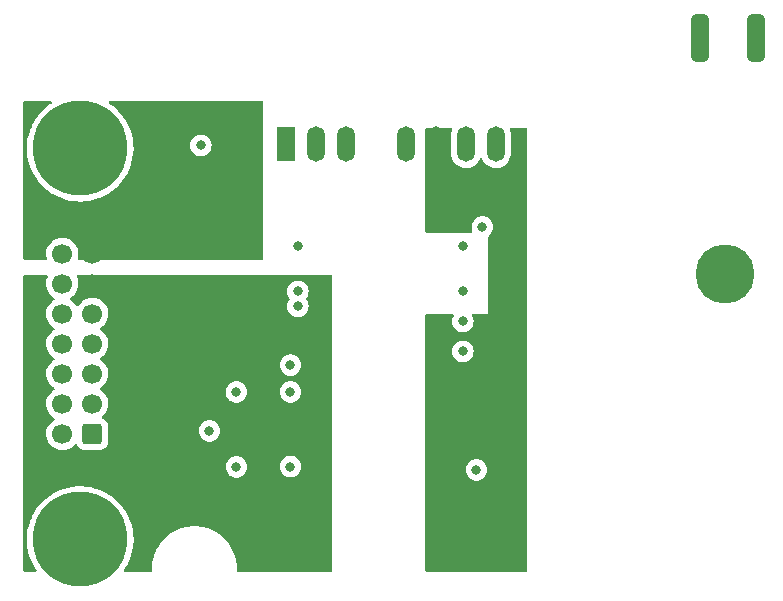
<source format=gbr>
%TF.GenerationSoftware,KiCad,Pcbnew,(6.0.1)*%
%TF.CreationDate,2022-08-22T15:24:11+03:00*%
%TF.ProjectId,Driver_Board,44726976-6572-45f4-926f-6172642e6b69,rev?*%
%TF.SameCoordinates,Original*%
%TF.FileFunction,Copper,L2,Inr*%
%TF.FilePolarity,Positive*%
%FSLAX46Y46*%
G04 Gerber Fmt 4.6, Leading zero omitted, Abs format (unit mm)*
G04 Created by KiCad (PCBNEW (6.0.1)) date 2022-08-22 15:24:11*
%MOMM*%
%LPD*%
G01*
G04 APERTURE LIST*
G04 Aperture macros list*
%AMRoundRect*
0 Rectangle with rounded corners*
0 $1 Rounding radius*
0 $2 $3 $4 $5 $6 $7 $8 $9 X,Y pos of 4 corners*
0 Add a 4 corners polygon primitive as box body*
4,1,4,$2,$3,$4,$5,$6,$7,$8,$9,$2,$3,0*
0 Add four circle primitives for the rounded corners*
1,1,$1+$1,$2,$3*
1,1,$1+$1,$4,$5*
1,1,$1+$1,$6,$7*
1,1,$1+$1,$8,$9*
0 Add four rect primitives between the rounded corners*
20,1,$1+$1,$2,$3,$4,$5,0*
20,1,$1+$1,$4,$5,$6,$7,0*
20,1,$1+$1,$6,$7,$8,$9,0*
20,1,$1+$1,$8,$9,$2,$3,0*%
G04 Aperture macros list end*
%TA.AperFunction,ComponentPad*%
%ADD10RoundRect,0.375000X-0.375000X-1.625000X0.375000X-1.625000X0.375000X1.625000X-0.375000X1.625000X0*%
%TD*%
%TA.AperFunction,ComponentPad*%
%ADD11RoundRect,0.250000X0.600000X0.600000X-0.600000X0.600000X-0.600000X-0.600000X0.600000X-0.600000X0*%
%TD*%
%TA.AperFunction,ComponentPad*%
%ADD12C,1.700000*%
%TD*%
%TA.AperFunction,ComponentPad*%
%ADD13C,8.000000*%
%TD*%
%TA.AperFunction,ComponentPad*%
%ADD14C,5.000000*%
%TD*%
%TA.AperFunction,ComponentPad*%
%ADD15R,1.500000X3.000000*%
%TD*%
%TA.AperFunction,ComponentPad*%
%ADD16O,1.500000X3.000000*%
%TD*%
%TA.AperFunction,ViaPad*%
%ADD17C,0.800000*%
%TD*%
G04 APERTURE END LIST*
D10*
%TO.N,E_IGBT*%
%TO.C,J3*%
X116504000Y-52070000D03*
%TO.N,G_IGBT*%
X121204000Y-52070000D03*
%TD*%
D11*
%TO.N,RDY*%
%TO.C,J1*%
X65014500Y-85598000D03*
D12*
%TO.N,GNDA*%
X62474500Y-85598000D03*
%TO.N,FLT*%
X65014500Y-83058000D03*
%TO.N,GNDA*%
X62474500Y-83058000D03*
%TO.N,RST*%
X65014500Y-80518000D03*
%TO.N,GNDA*%
X62474500Y-80518000D03*
%TO.N,IN-*%
X65014500Y-77978000D03*
%TO.N,GNDA*%
X62474500Y-77978000D03*
%TO.N,IN+*%
X65014500Y-75438000D03*
%TO.N,GNDA*%
X62474500Y-75438000D03*
%TO.N,+5VD*%
X65014500Y-72898000D03*
%TO.N,GNDA*%
X62474500Y-72898000D03*
%TO.N,VAA*%
X65014500Y-70358000D03*
%TO.N,GNDA*%
X62474500Y-70358000D03*
D13*
%TO.N,N/C*%
X63994500Y-61418000D03*
X63994500Y-94538000D03*
%TD*%
D14*
%TO.N,C_IGBT*%
%TO.C,J4*%
X118618000Y-72027000D03*
%TD*%
D15*
%TO.N,GNDA*%
%TO.C,U1*%
X81412500Y-61084000D03*
D16*
%TO.N,VAA*%
X83952500Y-61084000D03*
%TO.N,unconnected-(U1-Pad3)*%
X86492500Y-61084000D03*
%TO.N,unconnected-(U1-Pad5)*%
X91572500Y-61084000D03*
%TO.N,+15V*%
X94112500Y-61084000D03*
%TO.N,E_IGBT*%
X96652500Y-61084000D03*
%TO.N,unconnected-(U1-Pad8)*%
X99192500Y-61084000D03*
%TD*%
D17*
%TO.N,GNDA*%
X77216000Y-88392000D03*
X74206500Y-61175500D03*
X81788000Y-79777500D03*
X82423000Y-69723000D03*
X74930000Y-85344000D03*
%TO.N,RDY*%
X82423000Y-73533000D03*
X81788000Y-88376000D03*
%TO.N,FLT*%
X81788000Y-82042000D03*
X82423000Y-74803000D03*
X77209750Y-82048250D03*
%TO.N,+15V*%
X94488000Y-88646000D03*
X98044000Y-76073000D03*
X96393000Y-73533000D03*
%TO.N,VAA*%
X74168000Y-64262000D03*
%TO.N,E_IGBT*%
X96393000Y-76073000D03*
X96393000Y-69723000D03*
X97536000Y-88646000D03*
X96393000Y-78613000D03*
X98044000Y-68072000D03*
%TO.N,+5VD*%
X79502000Y-82063500D03*
X81788000Y-85344000D03*
X81788000Y-77702500D03*
%TD*%
%TA.AperFunction,Conductor*%
%TO.N,+5VD*%
G36*
X61201128Y-72156002D02*
G01*
X61247621Y-72209658D01*
X61257725Y-72279932D01*
X61247295Y-72315049D01*
X61195188Y-72427305D01*
X61135489Y-72642570D01*
X61111751Y-72864695D01*
X61112048Y-72869848D01*
X61112048Y-72869851D01*
X61117511Y-72964590D01*
X61124610Y-73087715D01*
X61125747Y-73092761D01*
X61125748Y-73092767D01*
X61139936Y-73155721D01*
X61173722Y-73305639D01*
X61257766Y-73512616D01*
X61374487Y-73703088D01*
X61520750Y-73871938D01*
X61692626Y-74014632D01*
X61763095Y-74055811D01*
X61765945Y-74057476D01*
X61814669Y-74109114D01*
X61827740Y-74178897D01*
X61801009Y-74244669D01*
X61760555Y-74278027D01*
X61748107Y-74284507D01*
X61743974Y-74287610D01*
X61743971Y-74287612D01*
X61719747Y-74305800D01*
X61569465Y-74418635D01*
X61415129Y-74580138D01*
X61412220Y-74584403D01*
X61412214Y-74584411D01*
X61394338Y-74610617D01*
X61289243Y-74764680D01*
X61195188Y-74967305D01*
X61135489Y-75182570D01*
X61111751Y-75404695D01*
X61112048Y-75409848D01*
X61112048Y-75409851D01*
X61117511Y-75504590D01*
X61124610Y-75627715D01*
X61125747Y-75632761D01*
X61125748Y-75632767D01*
X61134853Y-75673166D01*
X61173722Y-75845639D01*
X61257766Y-76052616D01*
X61308519Y-76135438D01*
X61371791Y-76238688D01*
X61374487Y-76243088D01*
X61520750Y-76411938D01*
X61692626Y-76554632D01*
X61763095Y-76595811D01*
X61765945Y-76597476D01*
X61814669Y-76649114D01*
X61827740Y-76718897D01*
X61801009Y-76784669D01*
X61760555Y-76818027D01*
X61748107Y-76824507D01*
X61743974Y-76827610D01*
X61743971Y-76827612D01*
X61719747Y-76845800D01*
X61569465Y-76958635D01*
X61415129Y-77120138D01*
X61289243Y-77304680D01*
X61195188Y-77507305D01*
X61135489Y-77722570D01*
X61111751Y-77944695D01*
X61112048Y-77949848D01*
X61112048Y-77949851D01*
X61117511Y-78044590D01*
X61124610Y-78167715D01*
X61125747Y-78172761D01*
X61125748Y-78172767D01*
X61145619Y-78260939D01*
X61173722Y-78385639D01*
X61257766Y-78592616D01*
X61308519Y-78675438D01*
X61371791Y-78778688D01*
X61374487Y-78783088D01*
X61520750Y-78951938D01*
X61692626Y-79094632D01*
X61699475Y-79098634D01*
X61765945Y-79137476D01*
X61814669Y-79189114D01*
X61827740Y-79258897D01*
X61801009Y-79324669D01*
X61760555Y-79358027D01*
X61748107Y-79364507D01*
X61743974Y-79367610D01*
X61743971Y-79367612D01*
X61719747Y-79385800D01*
X61569465Y-79498635D01*
X61415129Y-79660138D01*
X61289243Y-79844680D01*
X61273503Y-79878590D01*
X61232266Y-79967428D01*
X61195188Y-80047305D01*
X61135489Y-80262570D01*
X61111751Y-80484695D01*
X61112048Y-80489848D01*
X61112048Y-80489851D01*
X61121148Y-80647666D01*
X61124610Y-80707715D01*
X61125747Y-80712761D01*
X61125748Y-80712767D01*
X61145619Y-80800939D01*
X61173722Y-80925639D01*
X61257766Y-81132616D01*
X61308519Y-81215438D01*
X61371791Y-81318688D01*
X61374487Y-81323088D01*
X61520750Y-81491938D01*
X61692626Y-81634632D01*
X61753911Y-81670444D01*
X61765945Y-81677476D01*
X61814669Y-81729114D01*
X61827740Y-81798897D01*
X61801009Y-81864669D01*
X61760555Y-81898027D01*
X61748107Y-81904507D01*
X61743974Y-81907610D01*
X61743971Y-81907612D01*
X61719747Y-81925800D01*
X61569465Y-82038635D01*
X61415129Y-82200138D01*
X61289243Y-82384680D01*
X61195188Y-82587305D01*
X61135489Y-82802570D01*
X61111751Y-83024695D01*
X61112048Y-83029848D01*
X61112048Y-83029851D01*
X61117511Y-83124590D01*
X61124610Y-83247715D01*
X61125747Y-83252761D01*
X61125748Y-83252767D01*
X61145619Y-83340939D01*
X61173722Y-83465639D01*
X61257766Y-83672616D01*
X61308519Y-83755438D01*
X61371791Y-83858688D01*
X61374487Y-83863088D01*
X61520750Y-84031938D01*
X61692626Y-84174632D01*
X61715460Y-84187975D01*
X61765945Y-84217476D01*
X61814669Y-84269114D01*
X61827740Y-84338897D01*
X61801009Y-84404669D01*
X61760555Y-84438027D01*
X61748107Y-84444507D01*
X61743974Y-84447610D01*
X61743971Y-84447612D01*
X61573600Y-84575530D01*
X61569465Y-84578635D01*
X61415129Y-84740138D01*
X61289243Y-84924680D01*
X61195188Y-85127305D01*
X61135489Y-85342570D01*
X61111751Y-85564695D01*
X61124610Y-85787715D01*
X61125747Y-85792761D01*
X61125748Y-85792767D01*
X61144332Y-85875226D01*
X61173722Y-86005639D01*
X61257766Y-86212616D01*
X61281366Y-86251128D01*
X61344508Y-86354166D01*
X61374487Y-86403088D01*
X61520750Y-86571938D01*
X61692626Y-86714632D01*
X61885500Y-86827338D01*
X62094192Y-86907030D01*
X62099260Y-86908061D01*
X62099263Y-86908062D01*
X62206517Y-86929883D01*
X62313097Y-86951567D01*
X62318272Y-86951757D01*
X62318274Y-86951757D01*
X62531173Y-86959564D01*
X62531177Y-86959564D01*
X62536337Y-86959753D01*
X62541457Y-86959097D01*
X62541459Y-86959097D01*
X62752788Y-86932025D01*
X62752789Y-86932025D01*
X62757916Y-86931368D01*
X62762866Y-86929883D01*
X62966929Y-86868661D01*
X62966934Y-86868659D01*
X62971884Y-86867174D01*
X63172494Y-86768896D01*
X63354360Y-86639173D01*
X63512596Y-86481489D01*
X63513171Y-86482066D01*
X63568891Y-86445562D01*
X63639885Y-86444939D01*
X63699946Y-86482796D01*
X63719551Y-86512691D01*
X63720633Y-86515000D01*
X63722950Y-86521946D01*
X63816022Y-86672348D01*
X63941197Y-86797305D01*
X63947427Y-86801145D01*
X63947428Y-86801146D01*
X64084590Y-86885694D01*
X64091762Y-86890115D01*
X64145871Y-86908062D01*
X64253111Y-86943632D01*
X64253113Y-86943632D01*
X64259639Y-86945797D01*
X64266475Y-86946497D01*
X64266478Y-86946498D01*
X64305872Y-86950534D01*
X64364100Y-86956500D01*
X65664900Y-86956500D01*
X65668146Y-86956163D01*
X65668150Y-86956163D01*
X65763808Y-86946238D01*
X65763812Y-86946237D01*
X65770666Y-86945526D01*
X65777202Y-86943345D01*
X65777204Y-86943345D01*
X65909306Y-86899272D01*
X65938446Y-86889550D01*
X66088848Y-86796478D01*
X66213805Y-86671303D01*
X66235857Y-86635529D01*
X66302775Y-86526968D01*
X66302776Y-86526966D01*
X66306615Y-86520738D01*
X66362297Y-86352861D01*
X66373000Y-86248400D01*
X66373000Y-85344000D01*
X74016496Y-85344000D01*
X74036458Y-85533928D01*
X74095473Y-85715556D01*
X74190960Y-85880944D01*
X74318747Y-86022866D01*
X74473248Y-86135118D01*
X74479276Y-86137802D01*
X74479278Y-86137803D01*
X74636560Y-86207829D01*
X74647712Y-86212794D01*
X74741113Y-86232647D01*
X74828056Y-86251128D01*
X74828061Y-86251128D01*
X74834513Y-86252500D01*
X75025487Y-86252500D01*
X75031939Y-86251128D01*
X75031944Y-86251128D01*
X75118887Y-86232647D01*
X75212288Y-86212794D01*
X75223440Y-86207829D01*
X75380722Y-86137803D01*
X75380724Y-86137802D01*
X75386752Y-86135118D01*
X75541253Y-86022866D01*
X75669040Y-85880944D01*
X75764527Y-85715556D01*
X75823542Y-85533928D01*
X75843504Y-85344000D01*
X75823542Y-85154072D01*
X75764527Y-84972444D01*
X75669040Y-84807056D01*
X75632323Y-84766277D01*
X75545675Y-84670045D01*
X75545674Y-84670044D01*
X75541253Y-84665134D01*
X75386752Y-84552882D01*
X75380724Y-84550198D01*
X75380722Y-84550197D01*
X75218319Y-84477891D01*
X75218318Y-84477891D01*
X75212288Y-84475206D01*
X75118888Y-84455353D01*
X75031944Y-84436872D01*
X75031939Y-84436872D01*
X75025487Y-84435500D01*
X74834513Y-84435500D01*
X74828061Y-84436872D01*
X74828056Y-84436872D01*
X74741112Y-84455353D01*
X74647712Y-84475206D01*
X74641682Y-84477891D01*
X74641681Y-84477891D01*
X74479278Y-84550197D01*
X74479276Y-84550198D01*
X74473248Y-84552882D01*
X74318747Y-84665134D01*
X74314326Y-84670044D01*
X74314325Y-84670045D01*
X74227678Y-84766277D01*
X74190960Y-84807056D01*
X74095473Y-84972444D01*
X74036458Y-85154072D01*
X74016496Y-85344000D01*
X66373000Y-85344000D01*
X66373000Y-84947600D01*
X66362026Y-84841834D01*
X66328098Y-84740138D01*
X66308368Y-84681002D01*
X66306050Y-84674054D01*
X66212978Y-84523652D01*
X66087803Y-84398695D01*
X66072666Y-84389364D01*
X65971726Y-84327144D01*
X65937238Y-84305885D01*
X65930285Y-84303579D01*
X65929404Y-84303168D01*
X65876118Y-84256252D01*
X65856656Y-84187975D01*
X65877196Y-84120015D01*
X65895029Y-84099844D01*
X65894360Y-84099173D01*
X66048935Y-83945137D01*
X66052596Y-83941489D01*
X66112094Y-83858689D01*
X66179935Y-83764277D01*
X66182953Y-83760077D01*
X66203820Y-83717857D01*
X66279636Y-83564453D01*
X66279637Y-83564451D01*
X66281930Y-83559811D01*
X66346870Y-83346069D01*
X66376029Y-83124590D01*
X66377656Y-83058000D01*
X66359352Y-82835361D01*
X66304931Y-82618702D01*
X66215854Y-82413840D01*
X66106275Y-82244456D01*
X66097322Y-82230617D01*
X66097320Y-82230614D01*
X66094514Y-82226277D01*
X65944170Y-82061051D01*
X65940119Y-82057852D01*
X65940115Y-82057848D01*
X65927962Y-82048250D01*
X76296246Y-82048250D01*
X76296936Y-82054815D01*
X76314556Y-82222457D01*
X76316208Y-82238178D01*
X76375223Y-82419806D01*
X76470710Y-82585194D01*
X76475128Y-82590101D01*
X76475129Y-82590102D01*
X76592869Y-82720866D01*
X76598497Y-82727116D01*
X76695493Y-82797588D01*
X76744396Y-82833118D01*
X76752998Y-82839368D01*
X76759026Y-82842052D01*
X76759028Y-82842053D01*
X76921431Y-82914359D01*
X76927462Y-82917044D01*
X77020862Y-82936897D01*
X77107806Y-82955378D01*
X77107811Y-82955378D01*
X77114263Y-82956750D01*
X77305237Y-82956750D01*
X77311689Y-82955378D01*
X77311694Y-82955378D01*
X77398638Y-82936897D01*
X77492038Y-82917044D01*
X77498069Y-82914359D01*
X77660472Y-82842053D01*
X77660474Y-82842052D01*
X77666502Y-82839368D01*
X77675105Y-82833118D01*
X77724007Y-82797588D01*
X77821003Y-82727116D01*
X77826631Y-82720866D01*
X77944371Y-82590102D01*
X77944372Y-82590101D01*
X77948790Y-82585194D01*
X78044277Y-82419806D01*
X78103292Y-82238178D01*
X78104945Y-82222457D01*
X78122564Y-82054815D01*
X78123254Y-82048250D01*
X78122597Y-82042000D01*
X80874496Y-82042000D01*
X80875186Y-82048565D01*
X80893463Y-82222457D01*
X80894458Y-82231928D01*
X80953473Y-82413556D01*
X80956776Y-82419278D01*
X80956777Y-82419279D01*
X80990686Y-82478010D01*
X81048960Y-82578944D01*
X81053378Y-82583851D01*
X81053379Y-82583852D01*
X81056488Y-82587305D01*
X81176747Y-82720866D01*
X81331248Y-82833118D01*
X81337276Y-82835802D01*
X81337278Y-82835803D01*
X81351316Y-82842053D01*
X81505712Y-82910794D01*
X81599112Y-82930647D01*
X81686056Y-82949128D01*
X81686061Y-82949128D01*
X81692513Y-82950500D01*
X81883487Y-82950500D01*
X81889939Y-82949128D01*
X81889944Y-82949128D01*
X81976888Y-82930647D01*
X82070288Y-82910794D01*
X82224684Y-82842053D01*
X82238722Y-82835803D01*
X82238724Y-82835802D01*
X82244752Y-82833118D01*
X82399253Y-82720866D01*
X82519512Y-82587305D01*
X82522621Y-82583852D01*
X82522622Y-82583851D01*
X82527040Y-82578944D01*
X82585314Y-82478010D01*
X82619223Y-82419279D01*
X82619224Y-82419278D01*
X82622527Y-82413556D01*
X82681542Y-82231928D01*
X82682538Y-82222457D01*
X82700814Y-82048565D01*
X82701504Y-82042000D01*
X82689291Y-81925800D01*
X82682232Y-81858635D01*
X82682232Y-81858633D01*
X82681542Y-81852072D01*
X82622527Y-81670444D01*
X82527040Y-81505056D01*
X82409303Y-81374295D01*
X82403675Y-81368045D01*
X82403674Y-81368044D01*
X82399253Y-81363134D01*
X82258696Y-81261013D01*
X82250094Y-81254763D01*
X82250093Y-81254762D01*
X82244752Y-81250882D01*
X82238724Y-81248198D01*
X82238722Y-81248197D01*
X82076319Y-81175891D01*
X82076318Y-81175891D01*
X82070288Y-81173206D01*
X81976888Y-81153353D01*
X81889944Y-81134872D01*
X81889939Y-81134872D01*
X81883487Y-81133500D01*
X81692513Y-81133500D01*
X81686061Y-81134872D01*
X81686056Y-81134872D01*
X81599112Y-81153353D01*
X81505712Y-81173206D01*
X81499682Y-81175891D01*
X81499681Y-81175891D01*
X81337278Y-81248197D01*
X81337276Y-81248198D01*
X81331248Y-81250882D01*
X81325907Y-81254762D01*
X81325906Y-81254763D01*
X81317304Y-81261013D01*
X81176747Y-81363134D01*
X81172326Y-81368044D01*
X81172325Y-81368045D01*
X81166698Y-81374295D01*
X81048960Y-81505056D01*
X80953473Y-81670444D01*
X80894458Y-81852072D01*
X80893768Y-81858633D01*
X80893768Y-81858635D01*
X80886709Y-81925800D01*
X80874496Y-82042000D01*
X78122597Y-82042000D01*
X78110048Y-81922598D01*
X78103982Y-81864885D01*
X78103982Y-81864883D01*
X78103292Y-81858322D01*
X78044277Y-81676694D01*
X78037365Y-81664721D01*
X77952091Y-81517024D01*
X77948790Y-81511306D01*
X77943163Y-81505056D01*
X77825425Y-81374295D01*
X77825424Y-81374294D01*
X77821003Y-81369384D01*
X77666502Y-81257132D01*
X77660474Y-81254448D01*
X77660472Y-81254447D01*
X77498069Y-81182141D01*
X77498068Y-81182141D01*
X77492038Y-81179456D01*
X77398638Y-81159603D01*
X77311694Y-81141122D01*
X77311689Y-81141122D01*
X77305237Y-81139750D01*
X77114263Y-81139750D01*
X77107811Y-81141122D01*
X77107806Y-81141122D01*
X77020862Y-81159603D01*
X76927462Y-81179456D01*
X76921432Y-81182141D01*
X76921431Y-81182141D01*
X76759028Y-81254447D01*
X76759026Y-81254448D01*
X76752998Y-81257132D01*
X76598497Y-81369384D01*
X76594076Y-81374294D01*
X76594075Y-81374295D01*
X76476338Y-81505056D01*
X76470710Y-81511306D01*
X76467409Y-81517024D01*
X76382136Y-81664721D01*
X76375223Y-81676694D01*
X76316208Y-81858322D01*
X76315518Y-81864883D01*
X76315518Y-81864885D01*
X76309452Y-81922598D01*
X76296246Y-82048250D01*
X65927962Y-82048250D01*
X65772914Y-81925800D01*
X65772910Y-81925798D01*
X65768859Y-81922598D01*
X65727553Y-81899796D01*
X65677584Y-81849364D01*
X65662812Y-81779921D01*
X65687928Y-81713516D01*
X65715280Y-81686909D01*
X65759103Y-81655650D01*
X65894360Y-81559173D01*
X65942929Y-81510774D01*
X66048935Y-81405137D01*
X66052596Y-81401489D01*
X66112094Y-81318689D01*
X66179935Y-81224277D01*
X66182953Y-81220077D01*
X66203820Y-81177857D01*
X66279636Y-81024453D01*
X66279637Y-81024451D01*
X66281930Y-81019811D01*
X66346870Y-80806069D01*
X66376029Y-80584590D01*
X66377656Y-80518000D01*
X66359352Y-80295361D01*
X66304931Y-80078702D01*
X66215854Y-79873840D01*
X66153529Y-79777500D01*
X80874496Y-79777500D01*
X80875186Y-79784065D01*
X80878713Y-79817618D01*
X80894458Y-79967428D01*
X80953473Y-80149056D01*
X81048960Y-80314444D01*
X81176747Y-80456366D01*
X81331248Y-80568618D01*
X81337276Y-80571302D01*
X81337278Y-80571303D01*
X81374574Y-80587908D01*
X81505712Y-80646294D01*
X81599113Y-80666147D01*
X81686056Y-80684628D01*
X81686061Y-80684628D01*
X81692513Y-80686000D01*
X81883487Y-80686000D01*
X81889939Y-80684628D01*
X81889944Y-80684628D01*
X81976887Y-80666147D01*
X82070288Y-80646294D01*
X82201426Y-80587908D01*
X82238722Y-80571303D01*
X82238724Y-80571302D01*
X82244752Y-80568618D01*
X82399253Y-80456366D01*
X82527040Y-80314444D01*
X82622527Y-80149056D01*
X82681542Y-79967428D01*
X82697288Y-79817618D01*
X82700814Y-79784065D01*
X82701504Y-79777500D01*
X82681542Y-79587572D01*
X82622527Y-79405944D01*
X82527040Y-79240556D01*
X82497131Y-79207338D01*
X82403675Y-79103545D01*
X82403674Y-79103544D01*
X82399253Y-79098634D01*
X82244752Y-78986382D01*
X82238724Y-78983698D01*
X82238722Y-78983697D01*
X82076319Y-78911391D01*
X82076318Y-78911391D01*
X82070288Y-78908706D01*
X81976888Y-78888853D01*
X81889944Y-78870372D01*
X81889939Y-78870372D01*
X81883487Y-78869000D01*
X81692513Y-78869000D01*
X81686061Y-78870372D01*
X81686056Y-78870372D01*
X81599112Y-78888853D01*
X81505712Y-78908706D01*
X81499682Y-78911391D01*
X81499681Y-78911391D01*
X81337278Y-78983697D01*
X81337276Y-78983698D01*
X81331248Y-78986382D01*
X81176747Y-79098634D01*
X81172326Y-79103544D01*
X81172325Y-79103545D01*
X81078870Y-79207338D01*
X81048960Y-79240556D01*
X80953473Y-79405944D01*
X80894458Y-79587572D01*
X80874496Y-79777500D01*
X66153529Y-79777500D01*
X66094514Y-79686277D01*
X65944170Y-79521051D01*
X65940119Y-79517852D01*
X65940115Y-79517848D01*
X65772914Y-79385800D01*
X65772910Y-79385798D01*
X65768859Y-79382598D01*
X65727553Y-79359796D01*
X65677584Y-79309364D01*
X65662812Y-79239921D01*
X65687928Y-79173516D01*
X65715280Y-79146909D01*
X65782959Y-79098634D01*
X65894360Y-79019173D01*
X66052596Y-78861489D01*
X66112094Y-78778689D01*
X66179935Y-78684277D01*
X66182953Y-78680077D01*
X66203820Y-78637857D01*
X66279636Y-78484453D01*
X66279637Y-78484451D01*
X66281930Y-78479811D01*
X66346870Y-78266069D01*
X66376029Y-78044590D01*
X66377656Y-77978000D01*
X66359352Y-77755361D01*
X66304931Y-77538702D01*
X66215854Y-77333840D01*
X66094514Y-77146277D01*
X65944170Y-76981051D01*
X65940119Y-76977852D01*
X65940115Y-76977848D01*
X65772914Y-76845800D01*
X65772910Y-76845798D01*
X65768859Y-76842598D01*
X65727553Y-76819796D01*
X65677584Y-76769364D01*
X65662812Y-76699921D01*
X65687928Y-76633516D01*
X65715280Y-76606909D01*
X65759103Y-76575650D01*
X65894360Y-76479173D01*
X66052596Y-76321489D01*
X66112094Y-76238689D01*
X66179935Y-76144277D01*
X66182953Y-76140077D01*
X66203820Y-76097857D01*
X66279636Y-75944453D01*
X66279637Y-75944451D01*
X66281930Y-75939811D01*
X66346870Y-75726069D01*
X66376029Y-75504590D01*
X66376111Y-75501240D01*
X66377574Y-75441365D01*
X66377574Y-75441361D01*
X66377656Y-75438000D01*
X66359352Y-75215361D01*
X66304931Y-74998702D01*
X66219837Y-74803000D01*
X81509496Y-74803000D01*
X81510186Y-74809565D01*
X81527290Y-74972297D01*
X81529458Y-74992928D01*
X81588473Y-75174556D01*
X81591776Y-75180278D01*
X81591777Y-75180279D01*
X81625686Y-75239010D01*
X81683960Y-75339944D01*
X81811747Y-75481866D01*
X81966248Y-75594118D01*
X81972276Y-75596802D01*
X81972278Y-75596803D01*
X82041708Y-75627715D01*
X82140712Y-75671794D01*
X82234113Y-75691647D01*
X82321056Y-75710128D01*
X82321061Y-75710128D01*
X82327513Y-75711500D01*
X82518487Y-75711500D01*
X82524939Y-75710128D01*
X82524944Y-75710128D01*
X82611887Y-75691647D01*
X82705288Y-75671794D01*
X82804292Y-75627715D01*
X82873722Y-75596803D01*
X82873724Y-75596802D01*
X82879752Y-75594118D01*
X83034253Y-75481866D01*
X83162040Y-75339944D01*
X83220314Y-75239010D01*
X83254223Y-75180279D01*
X83254224Y-75180278D01*
X83257527Y-75174556D01*
X83316542Y-74992928D01*
X83318711Y-74972297D01*
X83335814Y-74809565D01*
X83336504Y-74803000D01*
X83316542Y-74613072D01*
X83257527Y-74431444D01*
X83162040Y-74266056D01*
X83149662Y-74252309D01*
X83118946Y-74188303D01*
X83127710Y-74117850D01*
X83149661Y-74083693D01*
X83162040Y-74069944D01*
X83257527Y-73904556D01*
X83316542Y-73722928D01*
X83336504Y-73533000D01*
X83322993Y-73404453D01*
X83317232Y-73349635D01*
X83317232Y-73349633D01*
X83316542Y-73343072D01*
X83257527Y-73161444D01*
X83162040Y-72996056D01*
X83136696Y-72967908D01*
X83038675Y-72859045D01*
X83038674Y-72859044D01*
X83034253Y-72854134D01*
X82879752Y-72741882D01*
X82873724Y-72739198D01*
X82873722Y-72739197D01*
X82711319Y-72666891D01*
X82711318Y-72666891D01*
X82705288Y-72664206D01*
X82603499Y-72642570D01*
X82524944Y-72625872D01*
X82524939Y-72625872D01*
X82518487Y-72624500D01*
X82327513Y-72624500D01*
X82321061Y-72625872D01*
X82321056Y-72625872D01*
X82242501Y-72642570D01*
X82140712Y-72664206D01*
X82134682Y-72666891D01*
X82134681Y-72666891D01*
X81972278Y-72739197D01*
X81972276Y-72739198D01*
X81966248Y-72741882D01*
X81811747Y-72854134D01*
X81807326Y-72859044D01*
X81807325Y-72859045D01*
X81709305Y-72967908D01*
X81683960Y-72996056D01*
X81588473Y-73161444D01*
X81529458Y-73343072D01*
X81528768Y-73349633D01*
X81528768Y-73349635D01*
X81523007Y-73404453D01*
X81509496Y-73533000D01*
X81529458Y-73722928D01*
X81588473Y-73904556D01*
X81683960Y-74069944D01*
X81696338Y-74083691D01*
X81727054Y-74147697D01*
X81718290Y-74218150D01*
X81696339Y-74252307D01*
X81683960Y-74266056D01*
X81588473Y-74431444D01*
X81529458Y-74613072D01*
X81509496Y-74803000D01*
X66219837Y-74803000D01*
X66215854Y-74793840D01*
X66094514Y-74606277D01*
X65944170Y-74441051D01*
X65940119Y-74437852D01*
X65940115Y-74437848D01*
X65772914Y-74305800D01*
X65772910Y-74305798D01*
X65768859Y-74302598D01*
X65573289Y-74194638D01*
X65568420Y-74192914D01*
X65568416Y-74192912D01*
X65367587Y-74121795D01*
X65367583Y-74121794D01*
X65362712Y-74120069D01*
X65357619Y-74119162D01*
X65357616Y-74119161D01*
X65147873Y-74081800D01*
X65147867Y-74081799D01*
X65142784Y-74080894D01*
X65068952Y-74079992D01*
X64924581Y-74078228D01*
X64924579Y-74078228D01*
X64919411Y-74078165D01*
X64698591Y-74111955D01*
X64486256Y-74181357D01*
X64455943Y-74197137D01*
X64332970Y-74261153D01*
X64288107Y-74284507D01*
X64283974Y-74287610D01*
X64283971Y-74287612D01*
X64259747Y-74305800D01*
X64109465Y-74418635D01*
X63955129Y-74580138D01*
X63847701Y-74737621D01*
X63792793Y-74782621D01*
X63722268Y-74790792D01*
X63658521Y-74759538D01*
X63637824Y-74735054D01*
X63557322Y-74610617D01*
X63557320Y-74610614D01*
X63554514Y-74606277D01*
X63404170Y-74441051D01*
X63400119Y-74437852D01*
X63400115Y-74437848D01*
X63232914Y-74305800D01*
X63232910Y-74305798D01*
X63228859Y-74302598D01*
X63187553Y-74279796D01*
X63137584Y-74229364D01*
X63122812Y-74159921D01*
X63147928Y-74093516D01*
X63175280Y-74066909D01*
X63219103Y-74035650D01*
X63354360Y-73939173D01*
X63512596Y-73781489D01*
X63572094Y-73698689D01*
X63639935Y-73604277D01*
X63642953Y-73600077D01*
X63676105Y-73533000D01*
X63739636Y-73404453D01*
X63739637Y-73404451D01*
X63741930Y-73399811D01*
X63806870Y-73186069D01*
X63836029Y-72964590D01*
X63837656Y-72898000D01*
X63819352Y-72675361D01*
X63764931Y-72458702D01*
X63701248Y-72312241D01*
X63692427Y-72241796D01*
X63723094Y-72177764D01*
X63783510Y-72140476D01*
X63816797Y-72136000D01*
X85218000Y-72136000D01*
X85286121Y-72156002D01*
X85332614Y-72209658D01*
X85344000Y-72262000D01*
X85344000Y-97156000D01*
X85323998Y-97224121D01*
X85270342Y-97270614D01*
X85218000Y-97282000D01*
X77384905Y-97282000D01*
X77316784Y-97261998D01*
X77270291Y-97208342D01*
X77259078Y-97149405D01*
X77259087Y-97149246D01*
X77265441Y-97028000D01*
X77245690Y-96651129D01*
X77238146Y-96603494D01*
X77218008Y-96476353D01*
X77186653Y-96278387D01*
X77088978Y-95913857D01*
X77085720Y-95905368D01*
X76954918Y-95564620D01*
X76953734Y-95561535D01*
X76782403Y-95225280D01*
X76705262Y-95106492D01*
X76578665Y-94911550D01*
X76576863Y-94908775D01*
X76339365Y-94615489D01*
X76072511Y-94348635D01*
X75779225Y-94111137D01*
X75462720Y-93905597D01*
X75459786Y-93904102D01*
X75459779Y-93904098D01*
X75129405Y-93735764D01*
X75126465Y-93734266D01*
X74774143Y-93599022D01*
X74409613Y-93501347D01*
X74211647Y-93469992D01*
X74040119Y-93442824D01*
X74040111Y-93442823D01*
X74036871Y-93442310D01*
X73754280Y-93427500D01*
X73565720Y-93427500D01*
X73283129Y-93442310D01*
X73279889Y-93442823D01*
X73279881Y-93442824D01*
X73108353Y-93469992D01*
X72910387Y-93501347D01*
X72545857Y-93599022D01*
X72193535Y-93734266D01*
X72190595Y-93735764D01*
X71860221Y-93904098D01*
X71860214Y-93904102D01*
X71857280Y-93905597D01*
X71540775Y-94111137D01*
X71247489Y-94348635D01*
X70980635Y-94615489D01*
X70743137Y-94908775D01*
X70741335Y-94911550D01*
X70539395Y-95222510D01*
X70539393Y-95222513D01*
X70537597Y-95225279D01*
X70536102Y-95228213D01*
X70536098Y-95228220D01*
X70395412Y-95504332D01*
X70366266Y-95561535D01*
X70365082Y-95564620D01*
X70234281Y-95905368D01*
X70231022Y-95913857D01*
X70133347Y-96278387D01*
X70101992Y-96476353D01*
X70081855Y-96603494D01*
X70074310Y-96651129D01*
X70054559Y-97028000D01*
X70060914Y-97149246D01*
X70060922Y-97149405D01*
X70044513Y-97218479D01*
X69993364Y-97267717D01*
X69935095Y-97282000D01*
X67819245Y-97282000D01*
X67751124Y-97261998D01*
X67704631Y-97208342D01*
X67694527Y-97138068D01*
X67716032Y-97083730D01*
X67803577Y-96958701D01*
X67805219Y-96956356D01*
X68008717Y-96601027D01*
X68151315Y-96289567D01*
X68177985Y-96231316D01*
X68177988Y-96231307D01*
X68179174Y-96228718D01*
X68315185Y-95842492D01*
X68386279Y-95561535D01*
X68414930Y-95448307D01*
X68414931Y-95448303D01*
X68415633Y-95445528D01*
X68450956Y-95222511D01*
X68479243Y-95043910D01*
X68479689Y-95041095D01*
X68506826Y-94632520D01*
X68507816Y-94538000D01*
X68489241Y-94128947D01*
X68486802Y-94111137D01*
X68435382Y-93735764D01*
X68433669Y-93723260D01*
X68341557Y-93324280D01*
X68335960Y-93307255D01*
X68214557Y-92938005D01*
X68214554Y-92937998D01*
X68213664Y-92935290D01*
X68051042Y-92559492D01*
X67855029Y-92199980D01*
X67774690Y-92079971D01*
X67628832Y-91862090D01*
X67628824Y-91862079D01*
X67627240Y-91859713D01*
X67369549Y-91541491D01*
X67190882Y-91357763D01*
X67086067Y-91249980D01*
X67086063Y-91249976D01*
X67084077Y-91247934D01*
X67081919Y-91246084D01*
X67081909Y-91246075D01*
X66775349Y-90983321D01*
X66775344Y-90983317D01*
X66773175Y-90981458D01*
X66770844Y-90979801D01*
X66770837Y-90979796D01*
X66565163Y-90833632D01*
X66439400Y-90744257D01*
X66212845Y-90612399D01*
X66087974Y-90539722D01*
X66087969Y-90539719D01*
X66085501Y-90538283D01*
X65851346Y-90429095D01*
X65716987Y-90366442D01*
X65716977Y-90366438D01*
X65714391Y-90365232D01*
X65711694Y-90364261D01*
X65331814Y-90227495D01*
X65331805Y-90227492D01*
X65329124Y-90226527D01*
X65066747Y-90158183D01*
X64935640Y-90124032D01*
X64935634Y-90124031D01*
X64932871Y-90123311D01*
X64528895Y-90056433D01*
X64526052Y-90056224D01*
X64526050Y-90056224D01*
X64123365Y-90026653D01*
X64120519Y-90026444D01*
X63950543Y-90029411D01*
X63713958Y-90033540D01*
X63713953Y-90033540D01*
X63711107Y-90033590D01*
X63708274Y-90033898D01*
X63708270Y-90033898D01*
X63379396Y-90069625D01*
X63304027Y-90077813D01*
X62902630Y-90158749D01*
X62899902Y-90159562D01*
X62899891Y-90159565D01*
X62587367Y-90252733D01*
X62510221Y-90275731D01*
X62507560Y-90276795D01*
X62507558Y-90276796D01*
X62283427Y-90366442D01*
X62130029Y-90427797D01*
X62127482Y-90429095D01*
X61767727Y-90612399D01*
X61767722Y-90612402D01*
X61765184Y-90613695D01*
X61418689Y-90831894D01*
X61093396Y-91080599D01*
X60791983Y-91357763D01*
X60516930Y-91661104D01*
X60270502Y-91988125D01*
X60054727Y-92336135D01*
X60053447Y-92338691D01*
X60053442Y-92338700D01*
X59944135Y-92556982D01*
X59871381Y-92702269D01*
X59870340Y-92704925D01*
X59870337Y-92704932D01*
X59780061Y-92935290D01*
X59721973Y-93083513D01*
X59721181Y-93086240D01*
X59721177Y-93086251D01*
X59617583Y-93442824D01*
X59607733Y-93476729D01*
X59529601Y-93878681D01*
X59488221Y-94286060D01*
X59483933Y-94695512D01*
X59484162Y-94698357D01*
X59484162Y-94698360D01*
X59511965Y-95043910D01*
X59516773Y-95103668D01*
X59586469Y-95507168D01*
X59692449Y-95902691D01*
X59833840Y-96286980D01*
X60009479Y-96656874D01*
X60077985Y-96772711D01*
X60187979Y-96958701D01*
X60217918Y-97009326D01*
X60219580Y-97011630D01*
X60219581Y-97011632D01*
X60270545Y-97082295D01*
X60294170Y-97149246D01*
X60277848Y-97218341D01*
X60226762Y-97267643D01*
X60168351Y-97282000D01*
X59308000Y-97282000D01*
X59239879Y-97261998D01*
X59193386Y-97208342D01*
X59182000Y-97156000D01*
X59182000Y-88392000D01*
X76302496Y-88392000D01*
X76303186Y-88398565D01*
X76320087Y-88559365D01*
X76322458Y-88581928D01*
X76381473Y-88763556D01*
X76476960Y-88928944D01*
X76481378Y-88933851D01*
X76481379Y-88933852D01*
X76593837Y-89058749D01*
X76604747Y-89070866D01*
X76703843Y-89142864D01*
X76740922Y-89169803D01*
X76759248Y-89183118D01*
X76765276Y-89185802D01*
X76765278Y-89185803D01*
X76927681Y-89258109D01*
X76933712Y-89260794D01*
X77027112Y-89280647D01*
X77114056Y-89299128D01*
X77114061Y-89299128D01*
X77120513Y-89300500D01*
X77311487Y-89300500D01*
X77317939Y-89299128D01*
X77317944Y-89299128D01*
X77404888Y-89280647D01*
X77498288Y-89260794D01*
X77504319Y-89258109D01*
X77666722Y-89185803D01*
X77666724Y-89185802D01*
X77672752Y-89183118D01*
X77691079Y-89169803D01*
X77728157Y-89142864D01*
X77827253Y-89070866D01*
X77838163Y-89058749D01*
X77950621Y-88933852D01*
X77950622Y-88933851D01*
X77955040Y-88928944D01*
X78050527Y-88763556D01*
X78109542Y-88581928D01*
X78111914Y-88559365D01*
X78128814Y-88398565D01*
X78129504Y-88392000D01*
X78127822Y-88376000D01*
X80874496Y-88376000D01*
X80894458Y-88565928D01*
X80953473Y-88747556D01*
X80956776Y-88753278D01*
X80956777Y-88753279D01*
X80966015Y-88769279D01*
X81048960Y-88912944D01*
X81053378Y-88917851D01*
X81053379Y-88917852D01*
X81172325Y-89049955D01*
X81176747Y-89054866D01*
X81331248Y-89167118D01*
X81337276Y-89169802D01*
X81337278Y-89169803D01*
X81373215Y-89185803D01*
X81505712Y-89244794D01*
X81599112Y-89264647D01*
X81686056Y-89283128D01*
X81686061Y-89283128D01*
X81692513Y-89284500D01*
X81883487Y-89284500D01*
X81889939Y-89283128D01*
X81889944Y-89283128D01*
X81976888Y-89264647D01*
X82070288Y-89244794D01*
X82202785Y-89185803D01*
X82238722Y-89169803D01*
X82238724Y-89169802D01*
X82244752Y-89167118D01*
X82399253Y-89054866D01*
X82403675Y-89049955D01*
X82522621Y-88917852D01*
X82522622Y-88917851D01*
X82527040Y-88912944D01*
X82609985Y-88769279D01*
X82619223Y-88753279D01*
X82619224Y-88753278D01*
X82622527Y-88747556D01*
X82681542Y-88565928D01*
X82701504Y-88376000D01*
X82700814Y-88369435D01*
X82682232Y-88192635D01*
X82682232Y-88192633D01*
X82681542Y-88186072D01*
X82622527Y-88004444D01*
X82527040Y-87839056D01*
X82413660Y-87713134D01*
X82403675Y-87702045D01*
X82403674Y-87702044D01*
X82399253Y-87697134D01*
X82266774Y-87600882D01*
X82250094Y-87588763D01*
X82250093Y-87588762D01*
X82244752Y-87584882D01*
X82238724Y-87582198D01*
X82238722Y-87582197D01*
X82076319Y-87509891D01*
X82076318Y-87509891D01*
X82070288Y-87507206D01*
X81976888Y-87487353D01*
X81889944Y-87468872D01*
X81889939Y-87468872D01*
X81883487Y-87467500D01*
X81692513Y-87467500D01*
X81686061Y-87468872D01*
X81686056Y-87468872D01*
X81599112Y-87487353D01*
X81505712Y-87507206D01*
X81499682Y-87509891D01*
X81499681Y-87509891D01*
X81337278Y-87582197D01*
X81337276Y-87582198D01*
X81331248Y-87584882D01*
X81325907Y-87588762D01*
X81325906Y-87588763D01*
X81309226Y-87600882D01*
X81176747Y-87697134D01*
X81172326Y-87702044D01*
X81172325Y-87702045D01*
X81162341Y-87713134D01*
X81048960Y-87839056D01*
X80953473Y-88004444D01*
X80894458Y-88186072D01*
X80893768Y-88192633D01*
X80893768Y-88192635D01*
X80875186Y-88369435D01*
X80874496Y-88376000D01*
X78127822Y-88376000D01*
X78109542Y-88202072D01*
X78050527Y-88020444D01*
X78041290Y-88004444D01*
X77958341Y-87860774D01*
X77955040Y-87855056D01*
X77936215Y-87834148D01*
X77831675Y-87718045D01*
X77831674Y-87718044D01*
X77827253Y-87713134D01*
X77672752Y-87600882D01*
X77666724Y-87598198D01*
X77666722Y-87598197D01*
X77504319Y-87525891D01*
X77504318Y-87525891D01*
X77498288Y-87523206D01*
X77404887Y-87503353D01*
X77317944Y-87484872D01*
X77317939Y-87484872D01*
X77311487Y-87483500D01*
X77120513Y-87483500D01*
X77114061Y-87484872D01*
X77114056Y-87484872D01*
X77027113Y-87503353D01*
X76933712Y-87523206D01*
X76927682Y-87525891D01*
X76927681Y-87525891D01*
X76765278Y-87598197D01*
X76765276Y-87598198D01*
X76759248Y-87600882D01*
X76604747Y-87713134D01*
X76600326Y-87718044D01*
X76600325Y-87718045D01*
X76495786Y-87834148D01*
X76476960Y-87855056D01*
X76473659Y-87860774D01*
X76390711Y-88004444D01*
X76381473Y-88020444D01*
X76322458Y-88202072D01*
X76302496Y-88392000D01*
X59182000Y-88392000D01*
X59182000Y-72262000D01*
X59202002Y-72193879D01*
X59255658Y-72147386D01*
X59308000Y-72136000D01*
X61133007Y-72136000D01*
X61201128Y-72156002D01*
G37*
%TD.AperFunction*%
%TD*%
%TA.AperFunction,Conductor*%
%TO.N,VAA*%
G36*
X61539201Y-57424002D02*
G01*
X61585694Y-57477658D01*
X61595798Y-57547932D01*
X61566304Y-57612512D01*
X61538222Y-57636620D01*
X61418689Y-57711894D01*
X61093396Y-57960599D01*
X60791983Y-58237763D01*
X60516930Y-58541104D01*
X60515206Y-58543391D01*
X60515205Y-58543393D01*
X60432650Y-58652948D01*
X60270502Y-58868125D01*
X60054727Y-59216135D01*
X60053447Y-59218691D01*
X60053442Y-59218700D01*
X59944135Y-59436982D01*
X59871381Y-59582269D01*
X59870340Y-59584925D01*
X59870337Y-59584932D01*
X59780061Y-59815290D01*
X59721973Y-59963513D01*
X59721181Y-59966240D01*
X59721177Y-59966251D01*
X59622266Y-60306706D01*
X59607733Y-60356729D01*
X59529601Y-60758681D01*
X59488221Y-61166060D01*
X59483933Y-61575512D01*
X59484162Y-61578357D01*
X59484162Y-61578360D01*
X59515089Y-61962737D01*
X59516773Y-61983668D01*
X59586469Y-62387168D01*
X59692449Y-62782691D01*
X59833840Y-63166980D01*
X60009479Y-63536874D01*
X60126760Y-63735186D01*
X60187973Y-63838691D01*
X60217918Y-63889326D01*
X60457444Y-64221436D01*
X60726084Y-64530471D01*
X61021626Y-64813886D01*
X61023844Y-64815656D01*
X61023849Y-64815661D01*
X61181633Y-64941618D01*
X61341639Y-65069349D01*
X61344020Y-65070919D01*
X61633982Y-65262113D01*
X61683489Y-65294757D01*
X61686019Y-65296113D01*
X61686018Y-65296113D01*
X61992840Y-65460630D01*
X62044360Y-65488255D01*
X62421284Y-65648250D01*
X62424022Y-65649129D01*
X62808431Y-65772549D01*
X62808435Y-65772550D01*
X62811157Y-65773424D01*
X62813947Y-65774048D01*
X62813952Y-65774049D01*
X63207977Y-65862125D01*
X63207988Y-65862127D01*
X63210771Y-65862749D01*
X63616835Y-65915487D01*
X64026009Y-65931206D01*
X64028871Y-65931056D01*
X64028872Y-65931056D01*
X64432066Y-65909926D01*
X64432073Y-65909925D01*
X64434922Y-65909776D01*
X64437745Y-65909369D01*
X64437747Y-65909369D01*
X64837389Y-65851780D01*
X64837396Y-65851779D01*
X64840211Y-65851373D01*
X65238538Y-65756478D01*
X65241236Y-65755570D01*
X65241243Y-65755568D01*
X65623914Y-65626785D01*
X65623920Y-65626783D01*
X65626626Y-65625872D01*
X66001279Y-65460630D01*
X66359414Y-65262113D01*
X66698083Y-65031954D01*
X67014498Y-64772047D01*
X67016536Y-64770038D01*
X67016543Y-64770031D01*
X67261661Y-64528311D01*
X67306055Y-64484533D01*
X67311761Y-64477781D01*
X67568508Y-64173963D01*
X67568513Y-64173957D01*
X67570354Y-64171778D01*
X67805219Y-63836356D01*
X68008717Y-63481027D01*
X68151315Y-63169567D01*
X68177985Y-63111316D01*
X68177988Y-63111307D01*
X68179174Y-63108718D01*
X68315185Y-62722492D01*
X68415633Y-62325528D01*
X68479689Y-61921095D01*
X68506826Y-61512520D01*
X68507816Y-61418000D01*
X68496804Y-61175500D01*
X73292996Y-61175500D01*
X73312958Y-61365428D01*
X73371973Y-61547056D01*
X73467460Y-61712444D01*
X73595247Y-61854366D01*
X73749748Y-61966618D01*
X73755776Y-61969302D01*
X73755778Y-61969303D01*
X73918181Y-62041609D01*
X73924212Y-62044294D01*
X74017612Y-62064147D01*
X74104556Y-62082628D01*
X74104561Y-62082628D01*
X74111013Y-62084000D01*
X74301987Y-62084000D01*
X74308439Y-62082628D01*
X74308444Y-62082628D01*
X74395388Y-62064147D01*
X74488788Y-62044294D01*
X74494819Y-62041609D01*
X74657222Y-61969303D01*
X74657224Y-61969302D01*
X74663252Y-61966618D01*
X74817753Y-61854366D01*
X74945540Y-61712444D01*
X75041027Y-61547056D01*
X75100042Y-61365428D01*
X75120004Y-61175500D01*
X75118712Y-61163207D01*
X75100732Y-60992135D01*
X75100732Y-60992133D01*
X75100042Y-60985572D01*
X75041027Y-60803944D01*
X75016534Y-60761520D01*
X74948841Y-60644274D01*
X74945540Y-60638556D01*
X74913760Y-60603260D01*
X74822175Y-60501545D01*
X74822174Y-60501544D01*
X74817753Y-60496634D01*
X74663252Y-60384382D01*
X74657224Y-60381698D01*
X74657222Y-60381697D01*
X74494819Y-60309391D01*
X74494818Y-60309391D01*
X74488788Y-60306706D01*
X74395387Y-60286853D01*
X74308444Y-60268372D01*
X74308439Y-60268372D01*
X74301987Y-60267000D01*
X74111013Y-60267000D01*
X74104561Y-60268372D01*
X74104556Y-60268372D01*
X74017613Y-60286853D01*
X73924212Y-60306706D01*
X73918182Y-60309391D01*
X73918181Y-60309391D01*
X73755778Y-60381697D01*
X73755776Y-60381698D01*
X73749748Y-60384382D01*
X73595247Y-60496634D01*
X73590826Y-60501544D01*
X73590825Y-60501545D01*
X73499241Y-60603260D01*
X73467460Y-60638556D01*
X73464159Y-60644274D01*
X73396467Y-60761520D01*
X73371973Y-60803944D01*
X73312958Y-60985572D01*
X73312268Y-60992133D01*
X73312268Y-60992135D01*
X73294288Y-61163207D01*
X73292996Y-61175500D01*
X68496804Y-61175500D01*
X68489241Y-61008947D01*
X68433669Y-60603260D01*
X68341557Y-60204280D01*
X68335960Y-60187255D01*
X68214557Y-59818005D01*
X68214554Y-59817998D01*
X68213664Y-59815290D01*
X68051042Y-59439492D01*
X67855029Y-59079980D01*
X67768356Y-58950510D01*
X67628832Y-58742090D01*
X67628824Y-58742079D01*
X67627240Y-58739713D01*
X67369549Y-58421491D01*
X67227249Y-58275160D01*
X67086067Y-58129980D01*
X67086063Y-58129976D01*
X67084077Y-58127934D01*
X67081919Y-58126084D01*
X67081909Y-58126075D01*
X66775349Y-57863321D01*
X66775344Y-57863317D01*
X66773175Y-57861458D01*
X66770844Y-57859801D01*
X66770837Y-57859796D01*
X66451289Y-57632706D01*
X66407348Y-57576941D01*
X66400532Y-57506272D01*
X66433005Y-57443137D01*
X66494456Y-57407580D01*
X66524278Y-57404000D01*
X79376000Y-57404000D01*
X79444121Y-57424002D01*
X79490614Y-57477658D01*
X79502000Y-57530000D01*
X79502000Y-70740000D01*
X79481998Y-70808121D01*
X79428342Y-70854614D01*
X79376000Y-70866000D01*
X63910018Y-70866000D01*
X63841897Y-70845998D01*
X63795404Y-70792342D01*
X63785300Y-70722068D01*
X63789460Y-70703371D01*
X63805365Y-70651022D01*
X63806870Y-70646069D01*
X63836029Y-70424590D01*
X63837656Y-70358000D01*
X63819352Y-70135361D01*
X63764931Y-69918702D01*
X63675854Y-69713840D01*
X63554514Y-69526277D01*
X63404170Y-69361051D01*
X63400119Y-69357852D01*
X63400115Y-69357848D01*
X63232914Y-69225800D01*
X63232910Y-69225798D01*
X63228859Y-69222598D01*
X63033289Y-69114638D01*
X63028420Y-69112914D01*
X63028416Y-69112912D01*
X62827587Y-69041795D01*
X62827583Y-69041794D01*
X62822712Y-69040069D01*
X62817619Y-69039162D01*
X62817616Y-69039161D01*
X62607873Y-69001800D01*
X62607867Y-69001799D01*
X62602784Y-69000894D01*
X62528952Y-68999992D01*
X62384581Y-68998228D01*
X62384579Y-68998228D01*
X62379411Y-68998165D01*
X62158591Y-69031955D01*
X61946256Y-69101357D01*
X61748107Y-69204507D01*
X61743974Y-69207610D01*
X61743971Y-69207612D01*
X61719747Y-69225800D01*
X61569465Y-69338635D01*
X61415129Y-69500138D01*
X61289243Y-69684680D01*
X61195188Y-69887305D01*
X61135489Y-70102570D01*
X61111751Y-70324695D01*
X61112048Y-70329848D01*
X61112048Y-70329851D01*
X61117511Y-70424590D01*
X61124610Y-70547715D01*
X61125747Y-70552761D01*
X61125748Y-70552767D01*
X61161701Y-70712299D01*
X61157165Y-70783151D01*
X61115043Y-70840302D01*
X61048710Y-70865608D01*
X61038784Y-70866000D01*
X59308000Y-70866000D01*
X59239879Y-70845998D01*
X59193386Y-70792342D01*
X59182000Y-70740000D01*
X59182000Y-57530000D01*
X59202002Y-57461879D01*
X59255658Y-57415386D01*
X59308000Y-57404000D01*
X61471080Y-57404000D01*
X61539201Y-57424002D01*
G37*
%TD.AperFunction*%
%TD*%
%TA.AperFunction,Conductor*%
%TO.N,+15V*%
G36*
X95436584Y-59710002D02*
G01*
X95483077Y-59763658D01*
X95493181Y-59833932D01*
X95485370Y-59862996D01*
X95442844Y-59968783D01*
X95397287Y-60188767D01*
X95394000Y-60245775D01*
X95394000Y-61890999D01*
X95394249Y-61893786D01*
X95394249Y-61893792D01*
X95400509Y-61963929D01*
X95408883Y-62057762D01*
X95468163Y-62274451D01*
X95470575Y-62279509D01*
X95470577Y-62279513D01*
X95496092Y-62333005D01*
X95564878Y-62477218D01*
X95695971Y-62659654D01*
X95857299Y-62815992D01*
X96043762Y-62941290D01*
X96249467Y-63031588D01*
X96254918Y-63032897D01*
X96254922Y-63032898D01*
X96462454Y-63082722D01*
X96467911Y-63084032D01*
X96551975Y-63088879D01*
X96686583Y-63096640D01*
X96686586Y-63096640D01*
X96692190Y-63096963D01*
X96915215Y-63069975D01*
X97129935Y-63003918D01*
X97134915Y-63001348D01*
X97134919Y-63001346D01*
X97324581Y-62903454D01*
X97324582Y-62903454D01*
X97329564Y-62900882D01*
X97507792Y-62764123D01*
X97658985Y-62597964D01*
X97778364Y-62407656D01*
X97805461Y-62340250D01*
X97849425Y-62284510D01*
X97916550Y-62261384D01*
X97985521Y-62278221D01*
X98036092Y-62333005D01*
X98104878Y-62477218D01*
X98235971Y-62659654D01*
X98397299Y-62815992D01*
X98583762Y-62941290D01*
X98789467Y-63031588D01*
X98794918Y-63032897D01*
X98794922Y-63032898D01*
X99002454Y-63082722D01*
X99007911Y-63084032D01*
X99091975Y-63088879D01*
X99226583Y-63096640D01*
X99226586Y-63096640D01*
X99232190Y-63096963D01*
X99455215Y-63069975D01*
X99669935Y-63003918D01*
X99674915Y-63001348D01*
X99674919Y-63001346D01*
X99864581Y-62903454D01*
X99864582Y-62903454D01*
X99869564Y-62900882D01*
X100047792Y-62764123D01*
X100198985Y-62597964D01*
X100318364Y-62407656D01*
X100402156Y-62199217D01*
X100447713Y-61979233D01*
X100451000Y-61922225D01*
X100451000Y-60277001D01*
X100448051Y-60243952D01*
X100436616Y-60115833D01*
X100436117Y-60110238D01*
X100376837Y-59893549D01*
X100365721Y-59870243D01*
X100354448Y-59800149D01*
X100382861Y-59735086D01*
X100441939Y-59695712D01*
X100479447Y-59690000D01*
X101728000Y-59690000D01*
X101796121Y-59710002D01*
X101842614Y-59763658D01*
X101854000Y-59816000D01*
X101854000Y-97156000D01*
X101833998Y-97224121D01*
X101780342Y-97270614D01*
X101728000Y-97282000D01*
X93344000Y-97282000D01*
X93275879Y-97261998D01*
X93229386Y-97208342D01*
X93218000Y-97156000D01*
X93218000Y-88646000D01*
X96622496Y-88646000D01*
X96642458Y-88835928D01*
X96701473Y-89017556D01*
X96796960Y-89182944D01*
X96924747Y-89324866D01*
X97079248Y-89437118D01*
X97085276Y-89439802D01*
X97085278Y-89439803D01*
X97247681Y-89512109D01*
X97253712Y-89514794D01*
X97347113Y-89534647D01*
X97434056Y-89553128D01*
X97434061Y-89553128D01*
X97440513Y-89554500D01*
X97631487Y-89554500D01*
X97637939Y-89553128D01*
X97637944Y-89553128D01*
X97724887Y-89534647D01*
X97818288Y-89514794D01*
X97824319Y-89512109D01*
X97986722Y-89439803D01*
X97986724Y-89439802D01*
X97992752Y-89437118D01*
X98147253Y-89324866D01*
X98275040Y-89182944D01*
X98370527Y-89017556D01*
X98429542Y-88835928D01*
X98449504Y-88646000D01*
X98429542Y-88456072D01*
X98370527Y-88274444D01*
X98275040Y-88109056D01*
X98147253Y-87967134D01*
X97992752Y-87854882D01*
X97986724Y-87852198D01*
X97986722Y-87852197D01*
X97824319Y-87779891D01*
X97824318Y-87779891D01*
X97818288Y-87777206D01*
X97724887Y-87757353D01*
X97637944Y-87738872D01*
X97637939Y-87738872D01*
X97631487Y-87737500D01*
X97440513Y-87737500D01*
X97434061Y-87738872D01*
X97434056Y-87738872D01*
X97347113Y-87757353D01*
X97253712Y-87777206D01*
X97247682Y-87779891D01*
X97247681Y-87779891D01*
X97085278Y-87852197D01*
X97085276Y-87852198D01*
X97079248Y-87854882D01*
X96924747Y-87967134D01*
X96796960Y-88109056D01*
X96701473Y-88274444D01*
X96642458Y-88456072D01*
X96622496Y-88646000D01*
X93218000Y-88646000D01*
X93218000Y-78613000D01*
X95479496Y-78613000D01*
X95499458Y-78802928D01*
X95558473Y-78984556D01*
X95653960Y-79149944D01*
X95781747Y-79291866D01*
X95936248Y-79404118D01*
X95942276Y-79406802D01*
X95942278Y-79406803D01*
X96104681Y-79479109D01*
X96110712Y-79481794D01*
X96204113Y-79501647D01*
X96291056Y-79520128D01*
X96291061Y-79520128D01*
X96297513Y-79521500D01*
X96488487Y-79521500D01*
X96494939Y-79520128D01*
X96494944Y-79520128D01*
X96581887Y-79501647D01*
X96675288Y-79481794D01*
X96681319Y-79479109D01*
X96843722Y-79406803D01*
X96843724Y-79406802D01*
X96849752Y-79404118D01*
X97004253Y-79291866D01*
X97132040Y-79149944D01*
X97227527Y-78984556D01*
X97286542Y-78802928D01*
X97306504Y-78613000D01*
X97286542Y-78423072D01*
X97227527Y-78241444D01*
X97132040Y-78076056D01*
X97004253Y-77934134D01*
X96849752Y-77821882D01*
X96843724Y-77819198D01*
X96843722Y-77819197D01*
X96681319Y-77746891D01*
X96681318Y-77746891D01*
X96675288Y-77744206D01*
X96581887Y-77724353D01*
X96494944Y-77705872D01*
X96494939Y-77705872D01*
X96488487Y-77704500D01*
X96297513Y-77704500D01*
X96291061Y-77705872D01*
X96291056Y-77705872D01*
X96204113Y-77724353D01*
X96110712Y-77744206D01*
X96104682Y-77746891D01*
X96104681Y-77746891D01*
X95942278Y-77819197D01*
X95942276Y-77819198D01*
X95936248Y-77821882D01*
X95781747Y-77934134D01*
X95653960Y-78076056D01*
X95558473Y-78241444D01*
X95499458Y-78423072D01*
X95479496Y-78613000D01*
X93218000Y-78613000D01*
X93218000Y-75564000D01*
X93238002Y-75495879D01*
X93291658Y-75449386D01*
X93344000Y-75438000D01*
X95492334Y-75438000D01*
X95560455Y-75458002D01*
X95606948Y-75511658D01*
X95617052Y-75581932D01*
X95601453Y-75627000D01*
X95558473Y-75701444D01*
X95499458Y-75883072D01*
X95479496Y-76073000D01*
X95499458Y-76262928D01*
X95558473Y-76444556D01*
X95653960Y-76609944D01*
X95781747Y-76751866D01*
X95936248Y-76864118D01*
X95942276Y-76866802D01*
X95942278Y-76866803D01*
X96104681Y-76939109D01*
X96110712Y-76941794D01*
X96204113Y-76961647D01*
X96291056Y-76980128D01*
X96291061Y-76980128D01*
X96297513Y-76981500D01*
X96488487Y-76981500D01*
X96494939Y-76980128D01*
X96494944Y-76980128D01*
X96581887Y-76961647D01*
X96675288Y-76941794D01*
X96681319Y-76939109D01*
X96843722Y-76866803D01*
X96843724Y-76866802D01*
X96849752Y-76864118D01*
X97004253Y-76751866D01*
X97132040Y-76609944D01*
X97227527Y-76444556D01*
X97286542Y-76262928D01*
X97306504Y-76073000D01*
X97286542Y-75883072D01*
X97227527Y-75701444D01*
X97184547Y-75627000D01*
X97167809Y-75558004D01*
X97191030Y-75490913D01*
X97246837Y-75447026D01*
X97293666Y-75438000D01*
X98552000Y-75438000D01*
X98552000Y-68890084D01*
X98572002Y-68821963D01*
X98603939Y-68788148D01*
X98608869Y-68784566D01*
X98655253Y-68750866D01*
X98783040Y-68608944D01*
X98878527Y-68443556D01*
X98937542Y-68261928D01*
X98957504Y-68072000D01*
X98937542Y-67882072D01*
X98878527Y-67700444D01*
X98783040Y-67535056D01*
X98655253Y-67393134D01*
X98500752Y-67280882D01*
X98494724Y-67278198D01*
X98494722Y-67278197D01*
X98332319Y-67205891D01*
X98332318Y-67205891D01*
X98326288Y-67203206D01*
X98232888Y-67183353D01*
X98145944Y-67164872D01*
X98145939Y-67164872D01*
X98139487Y-67163500D01*
X97948513Y-67163500D01*
X97942061Y-67164872D01*
X97942056Y-67164872D01*
X97855112Y-67183353D01*
X97761712Y-67203206D01*
X97755682Y-67205891D01*
X97755681Y-67205891D01*
X97593278Y-67278197D01*
X97593276Y-67278198D01*
X97587248Y-67280882D01*
X97432747Y-67393134D01*
X97304960Y-67535056D01*
X97209473Y-67700444D01*
X97150458Y-67882072D01*
X97130496Y-68072000D01*
X97150458Y-68261928D01*
X97152498Y-68268206D01*
X97200215Y-68415064D01*
X97202243Y-68486031D01*
X97165580Y-68546829D01*
X97101868Y-68578155D01*
X97080382Y-68580000D01*
X93344000Y-68580000D01*
X93275879Y-68559998D01*
X93229386Y-68506342D01*
X93218000Y-68454000D01*
X93218000Y-59816000D01*
X93238002Y-59747879D01*
X93291658Y-59701386D01*
X93344000Y-59690000D01*
X95368463Y-59690000D01*
X95436584Y-59710002D01*
G37*
%TD.AperFunction*%
%TD*%
M02*

</source>
